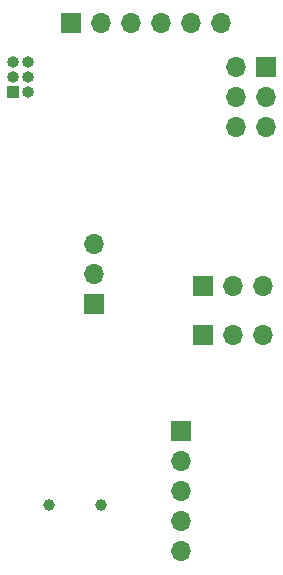
<source format=gbr>
%TF.GenerationSoftware,KiCad,Pcbnew,7.0.5*%
%TF.CreationDate,2023-08-19T22:28:29+02:00*%
%TF.ProjectId,programmer,70726f67-7261-46d6-9d65-722e6b696361,rev?*%
%TF.SameCoordinates,Original*%
%TF.FileFunction,Soldermask,Bot*%
%TF.FilePolarity,Negative*%
%FSLAX46Y46*%
G04 Gerber Fmt 4.6, Leading zero omitted, Abs format (unit mm)*
G04 Created by KiCad (PCBNEW 7.0.5) date 2023-08-19 22:28:29*
%MOMM*%
%LPD*%
G01*
G04 APERTURE LIST*
%ADD10R,1.700000X1.700000*%
%ADD11O,1.700000X1.700000*%
%ADD12R,1.000000X1.000000*%
%ADD13O,1.000000X1.000000*%
%ADD14C,1.000000*%
G04 APERTURE END LIST*
D10*
%TO.C,J3*%
X87687000Y-68565000D03*
D11*
X87687000Y-66025000D03*
X87687000Y-63485000D03*
%TD*%
D10*
%TO.C,J4*%
X95000000Y-79380000D03*
D11*
X95000000Y-81920000D03*
X95000000Y-84460000D03*
X95000000Y-87000000D03*
X95000000Y-89540000D03*
%TD*%
D10*
%TO.C,J5*%
X85725000Y-44831000D03*
D11*
X88265000Y-44831000D03*
X90805000Y-44831000D03*
X93345000Y-44831000D03*
X95885000Y-44831000D03*
X98425000Y-44831000D03*
%TD*%
D10*
%TO.C,SW101*%
X96901000Y-67056000D03*
D11*
X99441000Y-67056000D03*
X101981000Y-67056000D03*
%TD*%
D10*
%TO.C,SW2*%
X96901000Y-71247000D03*
D11*
X99441000Y-71247000D03*
X101981000Y-71247000D03*
%TD*%
D12*
%TO.C,U1*%
X80762000Y-50678000D03*
D13*
X82032000Y-50678000D03*
X80762000Y-49408000D03*
X82032000Y-49408000D03*
X80762000Y-48138000D03*
X82032000Y-48138000D03*
%TD*%
D14*
%TO.C,J1*%
X83800000Y-85666000D03*
X88200000Y-85666000D03*
%TD*%
D10*
%TO.C,J2*%
X102235000Y-48535000D03*
D11*
X99695000Y-48535000D03*
X102235000Y-51075000D03*
X99695000Y-51075000D03*
X102235000Y-53615000D03*
X99695000Y-53615000D03*
%TD*%
M02*

</source>
